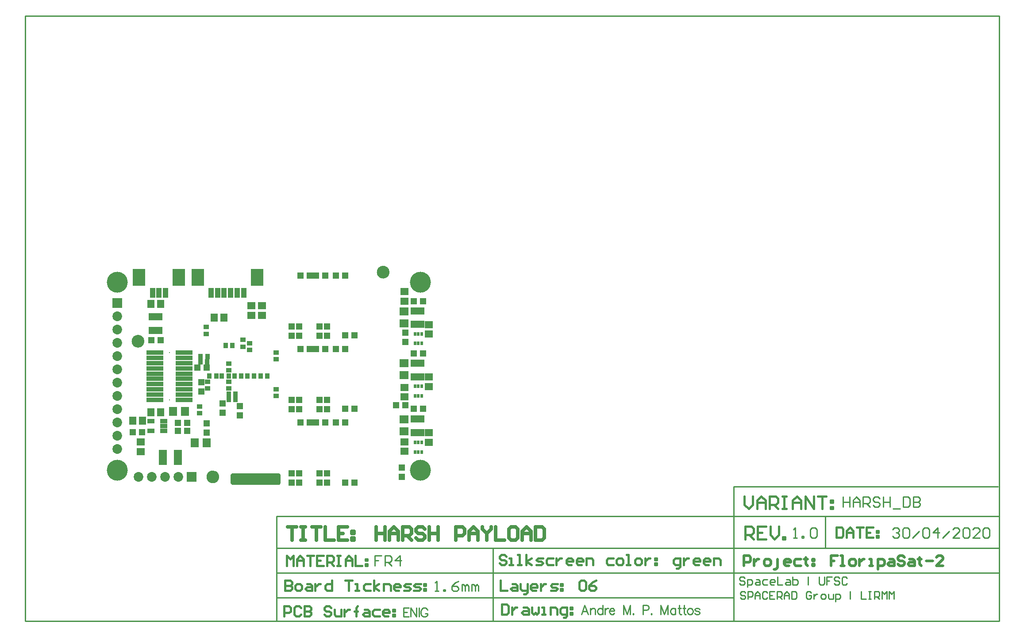
<source format=gbs>
G04*
G04 #@! TF.GenerationSoftware,Altium Limited,Altium Designer,18.1.7 (191)*
G04*
G04 Layer_Color=16711935*
%FSLAX25Y25*%
%MOIN*%
G70*
G01*
G75*
%ADD12C,0.01000*%
%ADD13C,0.00787*%
%ADD16C,0.02000*%
%ADD17C,0.01598*%
%ADD18C,0.01600*%
%ADD19C,0.02500*%
%ADD34R,0.37106X0.07874*%
%ADD36R,0.09268X0.12811*%
%ADD37R,0.04150X0.07299*%
%ADD40R,0.05921X0.05331*%
%ADD41R,0.04937X0.04543*%
%ADD42R,0.04543X0.04937*%
%ADD43C,0.04200*%
%ADD44R,0.05331X0.05921*%
%ADD45R,0.06906X0.06118*%
%ADD46R,0.02378X0.03165*%
%ADD47R,0.02575X0.05803*%
%ADD48C,0.15748*%
%ADD49C,0.07299*%
%ADD50R,0.07299X0.07299*%
%ADD51R,0.07299X0.07299*%
%ADD52C,0.01000*%
%ADD75R,0.06102X0.11811*%
%ADD80R,0.05331X0.03559*%
%ADD81R,0.06118X0.06906*%
%ADD82R,0.12811X0.03402*%
%ADD83R,0.04000X0.03600*%
%ADD84R,0.03600X0.04000*%
G36*
X29622Y108809D02*
X26522Y107609D01*
X23322Y108809D01*
X22222Y111909D01*
X23322Y114810D01*
X26522Y116209D01*
X29622Y115009D01*
X30822Y111909D01*
X29622Y108809D01*
D02*
G37*
G36*
X85974Y6611D02*
X82874Y5411D01*
X79674Y6611D01*
X78574Y9711D01*
X79674Y12611D01*
X82874Y14011D01*
X85974Y12811D01*
X87174Y9711D01*
X85974Y6611D01*
D02*
G37*
G36*
X214272Y160876D02*
X211172Y159676D01*
X207972Y160876D01*
X206872Y163976D01*
X207972Y166876D01*
X211172Y168276D01*
X214272Y167076D01*
X215472Y163976D01*
X214272Y160876D01*
D02*
G37*
D12*
X215473Y163976D02*
G03*
X215473Y163976I-4301J0D01*
G01*
X30823Y111909D02*
G03*
X30823Y111909I-4301J0D01*
G01*
X87175Y9711D02*
G03*
X87175Y9711I-4301J0D01*
G01*
X544182Y-43399D02*
Y-19783D01*
X475394Y-43456D02*
Y2264D01*
X674213D01*
X675186Y-98661D02*
Y357036D01*
X-58563Y-99016D02*
Y357036D01*
Y-99016D02*
X131004D01*
X107382D02*
X675186D01*
X-58563Y357036D02*
X675186D01*
X131004Y-19834D02*
X675186D01*
X131496Y-43793D02*
X674762Y-43793D01*
X131299Y-62543D02*
X675186Y-62543D01*
X475186Y-98622D02*
Y-20031D01*
X131299Y-81293D02*
X474902Y-81293D01*
X675186Y-99016D02*
Y-19834D01*
X293936Y-98721D02*
Y-43793D01*
X131004Y-99016D02*
Y-19834D01*
X483988Y-77692D02*
X483070Y-76773D01*
X481233D01*
X480315Y-77692D01*
Y-78610D01*
X481233Y-79528D01*
X483070D01*
X483988Y-80447D01*
Y-81365D01*
X483070Y-82284D01*
X481233D01*
X480315Y-81365D01*
X485825Y-82284D02*
Y-76773D01*
X488580D01*
X489498Y-77692D01*
Y-79528D01*
X488580Y-80447D01*
X485825D01*
X491335Y-82284D02*
Y-78610D01*
X493172Y-76773D01*
X495008Y-78610D01*
Y-82284D01*
Y-79528D01*
X491335D01*
X500518Y-77692D02*
X499600Y-76773D01*
X497763D01*
X496845Y-77692D01*
Y-81365D01*
X497763Y-82284D01*
X499600D01*
X500518Y-81365D01*
X506028Y-76773D02*
X502355D01*
Y-82284D01*
X506028D01*
X502355Y-79528D02*
X504192D01*
X507865Y-82284D02*
Y-76773D01*
X510620D01*
X511539Y-77692D01*
Y-79528D01*
X510620Y-80447D01*
X507865D01*
X509702D02*
X511539Y-82284D01*
X513375D02*
Y-78610D01*
X515212Y-76773D01*
X517049Y-78610D01*
Y-82284D01*
Y-79528D01*
X513375D01*
X518885Y-76773D02*
Y-82284D01*
X521640D01*
X522558Y-81365D01*
Y-77692D01*
X521640Y-76773D01*
X518885D01*
X533579Y-77692D02*
X532660Y-76773D01*
X530824D01*
X529905Y-77692D01*
Y-81365D01*
X530824Y-82284D01*
X532660D01*
X533579Y-81365D01*
Y-79528D01*
X531742D01*
X535415Y-78610D02*
Y-82284D01*
Y-80447D01*
X536334Y-79528D01*
X537252Y-78610D01*
X538170D01*
X541844Y-82284D02*
X543680D01*
X544599Y-81365D01*
Y-79528D01*
X543680Y-78610D01*
X541844D01*
X540925Y-79528D01*
Y-81365D01*
X541844Y-82284D01*
X546435Y-78610D02*
Y-81365D01*
X547354Y-82284D01*
X550109D01*
Y-78610D01*
X551945Y-84120D02*
Y-78610D01*
X554700D01*
X555619Y-79528D01*
Y-81365D01*
X554700Y-82284D01*
X551945D01*
X562965Y-76773D02*
Y-82284D01*
X571231Y-76773D02*
Y-82284D01*
X574904D01*
X576741Y-76773D02*
X578577D01*
X577659D01*
Y-82284D01*
X576741D01*
X578577D01*
X581332D02*
Y-76773D01*
X584087D01*
X585006Y-77692D01*
Y-79528D01*
X584087Y-80447D01*
X581332D01*
X583169D02*
X585006Y-82284D01*
X586842D02*
Y-76773D01*
X588679Y-78610D01*
X590516Y-76773D01*
Y-82284D01*
X592352D02*
Y-76773D01*
X594189Y-78610D01*
X596026Y-76773D01*
Y-82284D01*
X483529Y-66701D02*
X482578Y-65750D01*
X480676D01*
X479724Y-66701D01*
Y-67652D01*
X480676Y-68603D01*
X482578D01*
X483529Y-69554D01*
Y-70506D01*
X482578Y-71457D01*
X480676D01*
X479724Y-70506D01*
X485431Y-73359D02*
Y-67652D01*
X488285D01*
X489236Y-68603D01*
Y-70506D01*
X488285Y-71457D01*
X485431D01*
X492089Y-67652D02*
X493991D01*
X494943Y-68603D01*
Y-71457D01*
X492089D01*
X491138Y-70506D01*
X492089Y-69554D01*
X494943D01*
X500649Y-67652D02*
X497796D01*
X496845Y-68603D01*
Y-70506D01*
X497796Y-71457D01*
X500649D01*
X505405D02*
X503503D01*
X502552Y-70506D01*
Y-68603D01*
X503503Y-67652D01*
X505405D01*
X506356Y-68603D01*
Y-69554D01*
X502552D01*
X508258Y-65750D02*
Y-71457D01*
X512063D01*
X514916Y-67652D02*
X516819D01*
X517770Y-68603D01*
Y-71457D01*
X514916D01*
X513965Y-70506D01*
X514916Y-69554D01*
X517770D01*
X519672Y-65750D02*
Y-71457D01*
X522526D01*
X523477Y-70506D01*
Y-69554D01*
Y-68603D01*
X522526Y-67652D01*
X519672D01*
X531086Y-65750D02*
Y-71457D01*
X539646Y-65750D02*
Y-70506D01*
X540597Y-71457D01*
X542499D01*
X543450Y-70506D01*
Y-65750D01*
X549157D02*
X545353D01*
Y-68603D01*
X547255D01*
X545353D01*
Y-71457D01*
X554864Y-66701D02*
X553913Y-65750D01*
X552011D01*
X551059Y-66701D01*
Y-67652D01*
X552011Y-68603D01*
X553913D01*
X554864Y-69554D01*
Y-70506D01*
X553913Y-71457D01*
X552011D01*
X551059Y-70506D01*
X560571Y-66701D02*
X559620Y-65750D01*
X557718D01*
X556766Y-66701D01*
Y-70506D01*
X557718Y-71457D01*
X559620D01*
X560571Y-70506D01*
X594882Y-29920D02*
X596142Y-28660D01*
X598662D01*
X599922Y-29920D01*
Y-31180D01*
X598662Y-32440D01*
X597402D01*
X598662D01*
X599922Y-33700D01*
Y-34960D01*
X598662Y-36220D01*
X596142D01*
X594882Y-34960D01*
X602442Y-29920D02*
X603702Y-28660D01*
X606222D01*
X607482Y-29920D01*
Y-34960D01*
X606222Y-36220D01*
X603702D01*
X602442Y-34960D01*
Y-29920D01*
X610002Y-36220D02*
X615042Y-31180D01*
X617562Y-29920D02*
X618822Y-28660D01*
X621342D01*
X622602Y-29920D01*
Y-34960D01*
X621342Y-36220D01*
X618822D01*
X617562Y-34960D01*
Y-29920D01*
X628902Y-36220D02*
Y-28660D01*
X625122Y-32440D01*
X630162D01*
X632682Y-36220D02*
X637722Y-31180D01*
X645282Y-36220D02*
X640242D01*
X645282Y-31180D01*
Y-29920D01*
X644022Y-28660D01*
X641502D01*
X640242Y-29920D01*
X647802D02*
X649062Y-28660D01*
X651582D01*
X652842Y-29920D01*
Y-34960D01*
X651582Y-36220D01*
X649062D01*
X647802Y-34960D01*
Y-29920D01*
X660402Y-36220D02*
X655362D01*
X660402Y-31180D01*
Y-29920D01*
X659142Y-28660D01*
X656622D01*
X655362Y-29920D01*
X662922D02*
X664182Y-28660D01*
X666703D01*
X667963Y-29920D01*
Y-34960D01*
X666703Y-36220D01*
X664182D01*
X662922Y-34960D01*
Y-29920D01*
X557579Y-5334D02*
Y-12894D01*
Y-9114D01*
X562619D01*
Y-5334D01*
Y-12894D01*
X565139D02*
Y-7854D01*
X567659Y-5334D01*
X570179Y-7854D01*
Y-12894D01*
Y-9114D01*
X565139D01*
X572699Y-12894D02*
Y-5334D01*
X576479D01*
X577739Y-6594D01*
Y-9114D01*
X576479Y-10374D01*
X572699D01*
X575219D02*
X577739Y-12894D01*
X585299Y-6594D02*
X584039Y-5334D01*
X581519D01*
X580259Y-6594D01*
Y-7854D01*
X581519Y-9114D01*
X584039D01*
X585299Y-10374D01*
Y-11634D01*
X584039Y-12894D01*
X581519D01*
X580259Y-11634D01*
X587819Y-5334D02*
Y-12894D01*
Y-9114D01*
X592859D01*
Y-5334D01*
Y-12894D01*
X595379Y-14154D02*
X600419D01*
X602939Y-5334D02*
Y-12894D01*
X606719D01*
X607979Y-11634D01*
Y-6594D01*
X606719Y-5334D01*
X602939D01*
X610499D02*
Y-12894D01*
X614279D01*
X615539Y-11634D01*
Y-10374D01*
X614279Y-9114D01*
X610499D01*
X614279D01*
X615539Y-7854D01*
Y-6594D01*
X614279Y-5334D01*
X610499D01*
X520276Y-36220D02*
X522796D01*
X521536D01*
Y-28660D01*
X520276Y-29920D01*
X526576Y-36220D02*
Y-34960D01*
X527836D01*
Y-36220D01*
X526576D01*
X532876Y-29920D02*
X534136Y-28660D01*
X536656D01*
X537916Y-29920D01*
Y-34960D01*
X536656Y-36220D01*
X534136D01*
X532876Y-34960D01*
Y-29920D01*
X209930Y-49619D02*
X204890D01*
Y-53399D01*
X207410D01*
X204890D01*
Y-57179D01*
X212451D02*
Y-49619D01*
X216231D01*
X217491Y-50879D01*
Y-53399D01*
X216231Y-54659D01*
X212451D01*
X214970D02*
X217491Y-57179D01*
X223791D02*
Y-49619D01*
X220010Y-53399D01*
X225051D01*
X250295Y-76378D02*
X252815D01*
X251555D01*
Y-68818D01*
X250295Y-70078D01*
X256595Y-76378D02*
Y-75118D01*
X257855D01*
Y-76378D01*
X256595D01*
X267935Y-68818D02*
X265415Y-70078D01*
X262895Y-72598D01*
Y-75118D01*
X264155Y-76378D01*
X266675D01*
X267935Y-75118D01*
Y-73858D01*
X266675Y-72598D01*
X262895D01*
X270455Y-76378D02*
Y-71338D01*
X271715D01*
X272975Y-72598D01*
Y-76378D01*
Y-72598D01*
X274236Y-71338D01*
X275496Y-72598D01*
Y-76378D01*
X278015D02*
Y-71338D01*
X279275D01*
X280536Y-72598D01*
Y-76378D01*
Y-72598D01*
X281796Y-71338D01*
X283055Y-72598D01*
Y-76378D01*
X365622Y-93799D02*
X363028Y-86988D01*
X360433Y-93799D01*
X361406Y-91529D02*
X364649D01*
X367212Y-89258D02*
Y-93799D01*
Y-90556D02*
X368185Y-89583D01*
X368833Y-89258D01*
X369806D01*
X370455Y-89583D01*
X370779Y-90556D01*
Y-93799D01*
X376455Y-86988D02*
Y-93799D01*
Y-90232D02*
X375807Y-89583D01*
X375158Y-89258D01*
X374185D01*
X373536Y-89583D01*
X372888Y-90232D01*
X372563Y-91205D01*
Y-91853D01*
X372888Y-92826D01*
X373536Y-93475D01*
X374185Y-93799D01*
X375158D01*
X375807Y-93475D01*
X376455Y-92826D01*
X378272Y-89258D02*
Y-93799D01*
Y-91205D02*
X378596Y-90232D01*
X379244Y-89583D01*
X379893Y-89258D01*
X380866D01*
X381482Y-91205D02*
X385374D01*
Y-90556D01*
X385050Y-89907D01*
X384726Y-89583D01*
X384077Y-89258D01*
X383104D01*
X382455Y-89583D01*
X381807Y-90232D01*
X381482Y-91205D01*
Y-91853D01*
X381807Y-92826D01*
X382455Y-93475D01*
X383104Y-93799D01*
X384077D01*
X384726Y-93475D01*
X385374Y-92826D01*
X392185Y-86988D02*
Y-93799D01*
Y-86988D02*
X394780Y-93799D01*
X397375Y-86988D02*
X394780Y-93799D01*
X397375Y-86988D02*
Y-93799D01*
X399645Y-93151D02*
X399321Y-93475D01*
X399645Y-93799D01*
X399970Y-93475D01*
X399645Y-93151D01*
X406813Y-90556D02*
X409732D01*
X410705Y-90232D01*
X411029Y-89907D01*
X411354Y-89258D01*
Y-88285D01*
X411029Y-87637D01*
X410705Y-87313D01*
X409732Y-86988D01*
X406813D01*
Y-93799D01*
X413202Y-93151D02*
X412878Y-93475D01*
X413202Y-93799D01*
X413527Y-93475D01*
X413202Y-93151D01*
X420370Y-86988D02*
Y-93799D01*
Y-86988D02*
X422965Y-93799D01*
X425560Y-86988D02*
X422965Y-93799D01*
X425560Y-86988D02*
Y-93799D01*
X431398Y-89258D02*
Y-93799D01*
Y-90232D02*
X430749Y-89583D01*
X430100Y-89258D01*
X429127D01*
X428479Y-89583D01*
X427830Y-90232D01*
X427506Y-91205D01*
Y-91853D01*
X427830Y-92826D01*
X428479Y-93475D01*
X429127Y-93799D01*
X430100D01*
X430749Y-93475D01*
X431398Y-92826D01*
X434187Y-86988D02*
Y-92502D01*
X434511Y-93475D01*
X435160Y-93799D01*
X435809D01*
X433214Y-89258D02*
X435484D01*
X437755Y-86988D02*
Y-92502D01*
X438079Y-93475D01*
X438728Y-93799D01*
X439376D01*
X436782Y-89258D02*
X439052D01*
X441971D02*
X441322Y-89583D01*
X440674Y-90232D01*
X440349Y-91205D01*
Y-91853D01*
X440674Y-92826D01*
X441322Y-93475D01*
X441971Y-93799D01*
X442944D01*
X443593Y-93475D01*
X444241Y-92826D01*
X444566Y-91853D01*
Y-91205D01*
X444241Y-90232D01*
X443593Y-89583D01*
X442944Y-89258D01*
X441971D01*
X449625Y-90232D02*
X449301Y-89583D01*
X448328Y-89258D01*
X447355D01*
X446382Y-89583D01*
X446058Y-90232D01*
X446382Y-90880D01*
X447031Y-91205D01*
X448652Y-91529D01*
X449301Y-91853D01*
X449625Y-92502D01*
Y-92826D01*
X449301Y-93475D01*
X448328Y-93799D01*
X447355D01*
X446382Y-93475D01*
X446058Y-92826D01*
X230693Y-88957D02*
X226476D01*
Y-95768D01*
X230693D01*
X226476Y-92200D02*
X229071D01*
X231828Y-88957D02*
Y-95768D01*
Y-88957D02*
X236369Y-95768D01*
Y-88957D02*
Y-95768D01*
X238250Y-88957D02*
Y-95768D01*
X244542Y-90578D02*
X244217Y-89930D01*
X243569Y-89281D01*
X242920Y-88957D01*
X241623D01*
X240974Y-89281D01*
X240325Y-89930D01*
X240001Y-90578D01*
X239677Y-91551D01*
Y-93173D01*
X240001Y-94146D01*
X240325Y-94795D01*
X240974Y-95443D01*
X241623Y-95768D01*
X242920D01*
X243569Y-95443D01*
X244217Y-94795D01*
X244542Y-94146D01*
Y-93173D01*
X242920D02*
X244542D01*
D13*
X96653Y4921D02*
G03*
X97441Y4134I787J0D01*
G01*
X132874D02*
G03*
X133661Y4921I0J787D01*
G01*
Y11220D02*
G03*
X132874Y12008I-787J-0D01*
G01*
X97441D02*
G03*
X96653Y11220I0J-787D01*
G01*
X133661Y4921D02*
Y11220D01*
X96653Y4921D02*
Y11220D01*
X97441Y4134D02*
X132874Y4134D01*
X97441Y12008D02*
X132874Y12008D01*
D16*
X482972Y-57284D02*
Y-49723D01*
X486753D01*
X488013Y-50983D01*
Y-53503D01*
X486753Y-54763D01*
X482972D01*
X490532Y-52243D02*
Y-57284D01*
Y-54763D01*
X491792Y-53503D01*
X493052Y-52243D01*
X494312D01*
X499353Y-57284D02*
X501873D01*
X503133Y-56024D01*
Y-53503D01*
X501873Y-52243D01*
X499353D01*
X498093Y-53503D01*
Y-56024D01*
X499353Y-57284D01*
X505653Y-59803D02*
X506913D01*
X508173Y-58543D01*
Y-52243D01*
X516993Y-57284D02*
X514473D01*
X513213Y-56024D01*
Y-53503D01*
X514473Y-52243D01*
X516993D01*
X518253Y-53503D01*
Y-54763D01*
X513213D01*
X525813Y-52243D02*
X522033D01*
X520773Y-53503D01*
Y-56024D01*
X522033Y-57284D01*
X525813D01*
X529593Y-50983D02*
Y-52243D01*
X528333D01*
X530853D01*
X529593D01*
Y-56024D01*
X530853Y-57284D01*
X534633Y-52243D02*
X535893D01*
Y-53503D01*
X534633D01*
Y-52243D01*
Y-56024D02*
X535893D01*
Y-57284D01*
X534633D01*
Y-56024D01*
X553533Y-49723D02*
X548493D01*
Y-53503D01*
X551013D01*
X548493D01*
Y-57284D01*
X556053D02*
X558573D01*
X557313D01*
Y-49723D01*
X556053D01*
X563613Y-57284D02*
X566133D01*
X567393Y-56024D01*
Y-53503D01*
X566133Y-52243D01*
X563613D01*
X562353Y-53503D01*
Y-56024D01*
X563613Y-57284D01*
X569913Y-52243D02*
Y-57284D01*
Y-54763D01*
X571173Y-53503D01*
X572433Y-52243D01*
X573693D01*
X577473Y-57284D02*
X579993D01*
X578733D01*
Y-52243D01*
X577473D01*
X583773Y-59803D02*
Y-52243D01*
X587553D01*
X588813Y-53503D01*
Y-56024D01*
X587553Y-57284D01*
X583773D01*
X592593Y-52243D02*
X595113D01*
X596373Y-53503D01*
Y-57284D01*
X592593D01*
X591333Y-56024D01*
X592593Y-54763D01*
X596373D01*
X603933Y-50983D02*
X602673Y-49723D01*
X600153D01*
X598893Y-50983D01*
Y-52243D01*
X600153Y-53503D01*
X602673D01*
X603933Y-54763D01*
Y-56024D01*
X602673Y-57284D01*
X600153D01*
X598893Y-56024D01*
X607713Y-52243D02*
X610233D01*
X611493Y-53503D01*
Y-57284D01*
X607713D01*
X606453Y-56024D01*
X607713Y-54763D01*
X611493D01*
X615274Y-50983D02*
Y-52243D01*
X614013D01*
X616534D01*
X615274D01*
Y-56024D01*
X616534Y-57284D01*
X620314Y-53503D02*
X625354D01*
X632914Y-57284D02*
X627874D01*
X632914Y-52243D01*
Y-50983D01*
X631654Y-49723D01*
X629134D01*
X627874Y-50983D01*
D17*
X136614Y-95276D02*
Y-87716D01*
X140394D01*
X141654Y-88976D01*
Y-91496D01*
X140394Y-92756D01*
X136614D01*
X149214Y-88976D02*
X147954Y-87716D01*
X145434D01*
X144174Y-88976D01*
Y-94016D01*
X145434Y-95276D01*
X147954D01*
X149214Y-94016D01*
X151734Y-87716D02*
Y-95276D01*
X155514D01*
X156774Y-94016D01*
Y-92756D01*
X155514Y-91496D01*
X151734D01*
X155514D01*
X156774Y-90236D01*
Y-88976D01*
X155514Y-87716D01*
X151734D01*
X171895Y-88976D02*
X170634Y-87716D01*
X168114D01*
X166854Y-88976D01*
Y-90236D01*
X168114Y-91496D01*
X170634D01*
X171895Y-92756D01*
Y-94016D01*
X170634Y-95276D01*
X168114D01*
X166854Y-94016D01*
X174415Y-90236D02*
Y-94016D01*
X175674Y-95276D01*
X179455D01*
Y-90236D01*
X181974D02*
Y-95276D01*
Y-92756D01*
X183235Y-91496D01*
X184495Y-90236D01*
X185755D01*
X190795Y-95276D02*
Y-88976D01*
Y-91496D01*
X189535D01*
X192055D01*
X190795D01*
Y-88976D01*
X192055Y-87716D01*
X197095Y-90236D02*
X199615D01*
X200875Y-91496D01*
Y-95276D01*
X197095D01*
X195835Y-94016D01*
X197095Y-92756D01*
X200875D01*
X208435Y-90236D02*
X204655D01*
X203395Y-91496D01*
Y-94016D01*
X204655Y-95276D01*
X208435D01*
X214735D02*
X212215D01*
X210955Y-94016D01*
Y-91496D01*
X212215Y-90236D01*
X214735D01*
X215995Y-91496D01*
Y-92756D01*
X210955D01*
X218515Y-90236D02*
X219775D01*
Y-91496D01*
X218515D01*
Y-90236D01*
Y-94016D02*
X219775D01*
Y-95276D01*
X218515D01*
Y-94016D01*
X552658Y-28365D02*
Y-35925D01*
X556437D01*
X557697Y-34665D01*
Y-29625D01*
X556437Y-28365D01*
X552658D01*
X560218Y-35925D02*
Y-30885D01*
X562738Y-28365D01*
X565258Y-30885D01*
Y-35925D01*
Y-32145D01*
X560218D01*
X567778Y-28365D02*
X572818D01*
X570298D01*
Y-35925D01*
X580378Y-28365D02*
X575338D01*
Y-35925D01*
X580378D01*
X575338Y-32145D02*
X577858D01*
X582898Y-30885D02*
X584158D01*
Y-32145D01*
X582898D01*
Y-30885D01*
Y-34665D02*
X584158D01*
Y-35925D01*
X582898D01*
Y-34665D01*
X138640Y-57179D02*
Y-49619D01*
X141160Y-52139D01*
X143680Y-49619D01*
Y-57179D01*
X146201D02*
Y-52139D01*
X148721Y-49619D01*
X151241Y-52139D01*
Y-57179D01*
Y-53399D01*
X146201D01*
X153761Y-49619D02*
X158801D01*
X156281D01*
Y-57179D01*
X166361Y-49619D02*
X161321D01*
Y-57179D01*
X166361D01*
X161321Y-53399D02*
X163841D01*
X168881Y-57179D02*
Y-49619D01*
X172661D01*
X173921Y-50879D01*
Y-53399D01*
X172661Y-54659D01*
X168881D01*
X171401D02*
X173921Y-57179D01*
X176441Y-49619D02*
X178961D01*
X177701D01*
Y-57179D01*
X176441D01*
X178961D01*
X182741D02*
Y-52139D01*
X185261Y-49619D01*
X187781Y-52139D01*
Y-57179D01*
Y-53399D01*
X182741D01*
X190301Y-49619D02*
Y-57179D01*
X195341D01*
X197861Y-52139D02*
X199121D01*
Y-53399D01*
X197861D01*
Y-52139D01*
Y-55919D02*
X199121D01*
Y-57179D01*
X197861D01*
Y-55919D01*
X300590Y-86239D02*
Y-93799D01*
X304371D01*
X305631Y-92539D01*
Y-87499D01*
X304371Y-86239D01*
X300590D01*
X308151Y-88759D02*
Y-93799D01*
Y-91279D01*
X309411Y-90019D01*
X310671Y-88759D01*
X311931D01*
X316971D02*
X319491D01*
X320751Y-90019D01*
Y-93799D01*
X316971D01*
X315711Y-92539D01*
X316971Y-91279D01*
X320751D01*
X323271Y-88759D02*
Y-92539D01*
X324531Y-93799D01*
X325791Y-92539D01*
X327051Y-93799D01*
X328311Y-92539D01*
Y-88759D01*
X330831Y-93799D02*
X333351D01*
X332091D01*
Y-88759D01*
X330831D01*
X337131Y-93799D02*
Y-88759D01*
X340911D01*
X342171Y-90019D01*
Y-93799D01*
X347211Y-96319D02*
X348471D01*
X349731Y-95059D01*
Y-88759D01*
X345951D01*
X344691Y-90019D01*
Y-92539D01*
X345951Y-93799D01*
X349731D01*
X352251Y-88759D02*
X353511D01*
Y-90019D01*
X352251D01*
Y-88759D01*
Y-92539D02*
X353511D01*
Y-93799D01*
X352251D01*
Y-92539D01*
X303859Y-50294D02*
X302599Y-49034D01*
X300079D01*
X298819Y-50294D01*
Y-51554D01*
X300079Y-52815D01*
X302599D01*
X303859Y-54075D01*
Y-55335D01*
X302599Y-56595D01*
X300079D01*
X298819Y-55335D01*
X306379Y-56595D02*
X308899D01*
X307639D01*
Y-51554D01*
X306379D01*
X312679Y-56595D02*
X315199D01*
X313939D01*
Y-49034D01*
X312679D01*
X318979Y-56595D02*
Y-49034D01*
Y-54075D02*
X322759Y-51554D01*
X318979Y-54075D02*
X322759Y-56595D01*
X326539D02*
X330319D01*
X331579Y-55335D01*
X330319Y-54075D01*
X327799D01*
X326539Y-52815D01*
X327799Y-51554D01*
X331579D01*
X339139D02*
X335359D01*
X334099Y-52815D01*
Y-55335D01*
X335359Y-56595D01*
X339139D01*
X341659Y-51554D02*
Y-56595D01*
Y-54075D01*
X342919Y-52815D01*
X344179Y-51554D01*
X345439D01*
X352999Y-56595D02*
X350479D01*
X349219Y-55335D01*
Y-52815D01*
X350479Y-51554D01*
X352999D01*
X354259Y-52815D01*
Y-54075D01*
X349219D01*
X360559Y-56595D02*
X358039D01*
X356779Y-55335D01*
Y-52815D01*
X358039Y-51554D01*
X360559D01*
X361819Y-52815D01*
Y-54075D01*
X356779D01*
X364339Y-56595D02*
Y-51554D01*
X368120D01*
X369379Y-52815D01*
Y-56595D01*
X384500Y-51554D02*
X380719D01*
X379460Y-52815D01*
Y-55335D01*
X380719Y-56595D01*
X384500D01*
X388280D02*
X390800D01*
X392060Y-55335D01*
Y-52815D01*
X390800Y-51554D01*
X388280D01*
X387020Y-52815D01*
Y-55335D01*
X388280Y-56595D01*
X394580D02*
X397100D01*
X395840D01*
Y-49034D01*
X394580D01*
X402140Y-56595D02*
X404660D01*
X405920Y-55335D01*
Y-52815D01*
X404660Y-51554D01*
X402140D01*
X400880Y-52815D01*
Y-55335D01*
X402140Y-56595D01*
X408440Y-51554D02*
Y-56595D01*
Y-54075D01*
X409700Y-52815D01*
X410960Y-51554D01*
X412220D01*
X416000D02*
X417260D01*
Y-52815D01*
X416000D01*
Y-51554D01*
Y-55335D02*
X417260D01*
Y-56595D01*
X416000D01*
Y-55335D01*
X432380Y-59114D02*
X433640D01*
X434900Y-57854D01*
Y-51554D01*
X431120D01*
X429860Y-52815D01*
Y-55335D01*
X431120Y-56595D01*
X434900D01*
X437420Y-51554D02*
Y-56595D01*
Y-54075D01*
X438680Y-52815D01*
X439940Y-51554D01*
X441200D01*
X448760Y-56595D02*
X446240D01*
X444980Y-55335D01*
Y-52815D01*
X446240Y-51554D01*
X448760D01*
X450020Y-52815D01*
Y-54075D01*
X444980D01*
X456320Y-56595D02*
X453800D01*
X452540Y-55335D01*
Y-52815D01*
X453800Y-51554D01*
X456320D01*
X457580Y-52815D01*
Y-54075D01*
X452540D01*
X460100Y-56595D02*
Y-51554D01*
X463880D01*
X465140Y-52815D01*
Y-56595D01*
X137361Y-68369D02*
Y-75929D01*
X141141D01*
X142401Y-74669D01*
Y-73409D01*
X141141Y-72149D01*
X137361D01*
X141141D01*
X142401Y-70889D01*
Y-69629D01*
X141141Y-68369D01*
X137361D01*
X146181Y-75929D02*
X148701D01*
X149961Y-74669D01*
Y-72149D01*
X148701Y-70889D01*
X146181D01*
X144921Y-72149D01*
Y-74669D01*
X146181Y-75929D01*
X153741Y-70889D02*
X156261D01*
X157521Y-72149D01*
Y-75929D01*
X153741D01*
X152481Y-74669D01*
X153741Y-73409D01*
X157521D01*
X160041Y-70889D02*
Y-75929D01*
Y-73409D01*
X161301Y-72149D01*
X162561Y-70889D01*
X163821D01*
X172641Y-68369D02*
Y-75929D01*
X168861D01*
X167601Y-74669D01*
Y-72149D01*
X168861Y-70889D01*
X172641D01*
X182721Y-68369D02*
X187761D01*
X185241D01*
Y-75929D01*
X190281D02*
X192801D01*
X191541D01*
Y-70889D01*
X190281D01*
X201621D02*
X197841D01*
X196581Y-72149D01*
Y-74669D01*
X197841Y-75929D01*
X201621D01*
X204141D02*
Y-68369D01*
Y-73409D02*
X207921Y-70889D01*
X204141Y-73409D02*
X207921Y-75929D01*
X211701D02*
Y-70889D01*
X215481D01*
X216741Y-72149D01*
Y-75929D01*
X223042D02*
X220521D01*
X219262Y-74669D01*
Y-72149D01*
X220521Y-70889D01*
X223042D01*
X224302Y-72149D01*
Y-73409D01*
X219262D01*
X226822Y-75929D02*
X230602D01*
X231862Y-74669D01*
X230602Y-73409D01*
X228082D01*
X226822Y-72149D01*
X228082Y-70889D01*
X231862D01*
X234382Y-75929D02*
X238162D01*
X239422Y-74669D01*
X238162Y-73409D01*
X235642D01*
X234382Y-72149D01*
X235642Y-70889D01*
X239422D01*
X241942D02*
X243202D01*
Y-72149D01*
X241942D01*
Y-70889D01*
Y-74669D02*
X243202D01*
Y-75929D01*
X241942D01*
Y-74669D01*
X299606Y-68424D02*
Y-75984D01*
X304646D01*
X308426Y-70944D02*
X310946D01*
X312206Y-72204D01*
Y-75984D01*
X308426D01*
X307166Y-74724D01*
X308426Y-73464D01*
X312206D01*
X314726Y-70944D02*
Y-74724D01*
X315986Y-75984D01*
X319766D01*
Y-77244D01*
X318506Y-78504D01*
X317246D01*
X319766Y-75984D02*
Y-70944D01*
X326066Y-75984D02*
X323547D01*
X322287Y-74724D01*
Y-72204D01*
X323547Y-70944D01*
X326066D01*
X327326Y-72204D01*
Y-73464D01*
X322287D01*
X329847Y-70944D02*
Y-75984D01*
Y-73464D01*
X331107Y-72204D01*
X332367Y-70944D01*
X333627D01*
X337407Y-75984D02*
X341187D01*
X342447Y-74724D01*
X341187Y-73464D01*
X338667D01*
X337407Y-72204D01*
X338667Y-70944D01*
X342447D01*
X344967D02*
X346227D01*
Y-72204D01*
X344967D01*
Y-70944D01*
Y-74724D02*
X346227D01*
Y-75984D01*
X344967D01*
Y-74724D01*
X358827Y-69684D02*
X360087Y-68424D01*
X362607D01*
X363867Y-69684D01*
Y-74724D01*
X362607Y-75984D01*
X360087D01*
X358827Y-74724D01*
Y-69684D01*
X371427Y-68424D02*
X368907Y-69684D01*
X366387Y-72204D01*
Y-74724D01*
X367647Y-75984D01*
X370167D01*
X371427Y-74724D01*
Y-73464D01*
X370167Y-72204D01*
X366387D01*
D18*
X483268Y-4924D02*
Y-11255D01*
X486433Y-14421D01*
X489599Y-11255D01*
Y-4924D01*
X492765Y-14421D02*
Y-8090D01*
X495930Y-4924D01*
X499096Y-8090D01*
Y-14421D01*
Y-9672D01*
X492765D01*
X502262Y-14421D02*
Y-4924D01*
X507010D01*
X508593Y-6507D01*
Y-9672D01*
X507010Y-11255D01*
X502262D01*
X505427D02*
X508593Y-14421D01*
X511759Y-4924D02*
X514924D01*
X513341D01*
Y-14421D01*
X511759D01*
X514924D01*
X519673D02*
Y-8090D01*
X522838Y-4924D01*
X526004Y-8090D01*
Y-14421D01*
Y-9672D01*
X519673D01*
X529170Y-14421D02*
Y-4924D01*
X535501Y-14421D01*
Y-4924D01*
X538666D02*
X544998D01*
X541832D01*
Y-14421D01*
X548163Y-8090D02*
X549746D01*
Y-9672D01*
X548163D01*
Y-8090D01*
Y-12838D02*
X549746D01*
Y-14421D01*
X548163D01*
Y-12838D01*
X483858Y-37157D02*
Y-27660D01*
X488607D01*
X490190Y-29243D01*
Y-32409D01*
X488607Y-33991D01*
X483858D01*
X487024D02*
X490190Y-37157D01*
X499686Y-27660D02*
X493355D01*
Y-37157D01*
X499686D01*
X493355Y-32409D02*
X496521D01*
X502852Y-27660D02*
Y-33991D01*
X506018Y-37157D01*
X509183Y-33991D01*
Y-27660D01*
X512349Y-37157D02*
Y-35574D01*
X513932D01*
Y-37157D01*
X512349D01*
D19*
X139272Y-27849D02*
X145936D01*
X142604D01*
Y-37846D01*
X149268Y-27849D02*
X152601D01*
X150935D01*
Y-37846D01*
X149268D01*
X152601D01*
X157599Y-27849D02*
X164264D01*
X160931D01*
Y-37846D01*
X167596Y-27849D02*
Y-37846D01*
X174260D01*
X184257Y-27849D02*
X177593D01*
Y-37846D01*
X184257D01*
X177593Y-32848D02*
X180925D01*
X187589Y-31182D02*
X189255D01*
Y-32848D01*
X187589D01*
Y-31182D01*
Y-36180D02*
X189255D01*
Y-37846D01*
X187589D01*
Y-36180D01*
X205917Y-27849D02*
Y-37846D01*
Y-32848D01*
X212581D01*
Y-27849D01*
Y-37846D01*
X215914D02*
Y-31182D01*
X219246Y-27849D01*
X222578Y-31182D01*
Y-37846D01*
Y-32848D01*
X215914D01*
X225910Y-37846D02*
Y-27849D01*
X230909D01*
X232575Y-29515D01*
Y-32848D01*
X230909Y-34514D01*
X225910D01*
X229243D02*
X232575Y-37846D01*
X242572Y-29515D02*
X240905Y-27849D01*
X237573D01*
X235907Y-29515D01*
Y-31182D01*
X237573Y-32848D01*
X240905D01*
X242572Y-34514D01*
Y-36180D01*
X240905Y-37846D01*
X237573D01*
X235907Y-36180D01*
X245904Y-27849D02*
Y-37846D01*
Y-32848D01*
X252568D01*
Y-27849D01*
Y-37846D01*
X265897D02*
Y-27849D01*
X270896D01*
X272562Y-29515D01*
Y-32848D01*
X270896Y-34514D01*
X265897D01*
X275894Y-37846D02*
Y-31182D01*
X279226Y-27849D01*
X282559Y-31182D01*
Y-37846D01*
Y-32848D01*
X275894D01*
X285891Y-27849D02*
Y-29515D01*
X289223Y-32848D01*
X292555Y-29515D01*
Y-27849D01*
X289223Y-32848D02*
Y-37846D01*
X295888Y-27849D02*
Y-37846D01*
X302552D01*
X310883Y-27849D02*
X307551D01*
X305885Y-29515D01*
Y-36180D01*
X307551Y-37846D01*
X310883D01*
X312549Y-36180D01*
Y-29515D01*
X310883Y-27849D01*
X315881Y-37846D02*
Y-31182D01*
X319214Y-27849D01*
X322546Y-31182D01*
Y-37846D01*
Y-32848D01*
X315881D01*
X325878Y-27849D02*
Y-37846D01*
X330876D01*
X332542Y-36180D01*
Y-29515D01*
X330876Y-27849D01*
X325878D01*
D34*
X115108Y8071D02*
D03*
D36*
X116142Y159941D02*
D03*
X71457D02*
D03*
X57284D02*
D03*
X27362D02*
D03*
D37*
X106102Y148524D02*
D03*
X101181D02*
D03*
X96260D02*
D03*
X91339D02*
D03*
X86417D02*
D03*
X81496D02*
D03*
X47244D02*
D03*
X42323D02*
D03*
X37402D02*
D03*
D40*
X245472Y35827D02*
D03*
Y43012D02*
D03*
X227264Y142126D02*
D03*
Y149311D02*
D03*
Y77165D02*
D03*
Y69980D02*
D03*
X227165Y29035D02*
D03*
Y36220D02*
D03*
X111811Y131496D02*
D03*
Y138681D02*
D03*
X119783D02*
D03*
Y131496D02*
D03*
X28642Y35925D02*
D03*
Y28740D02*
D03*
X245472Y117323D02*
D03*
Y124508D02*
D03*
Y77854D02*
D03*
Y85039D02*
D03*
D41*
X147736Y116185D02*
D03*
Y123185D02*
D03*
X163287D02*
D03*
Y116185D02*
D03*
X168985Y123185D02*
D03*
Y116185D02*
D03*
X142323Y123185D02*
D03*
Y116185D02*
D03*
X227756Y118461D02*
D03*
Y111461D02*
D03*
X147736Y60772D02*
D03*
Y67772D02*
D03*
X163287D02*
D03*
Y60772D02*
D03*
X168985Y67772D02*
D03*
Y60772D02*
D03*
X142323Y67772D02*
D03*
Y60772D02*
D03*
X147736Y5260D02*
D03*
Y12260D02*
D03*
X163287Y5260D02*
D03*
Y12260D02*
D03*
X168799D02*
D03*
Y5260D02*
D03*
X142323D02*
D03*
Y12260D02*
D03*
X225167Y16732D02*
D03*
Y9732D02*
D03*
X103248Y62949D02*
D03*
Y55949D02*
D03*
X74213Y73961D02*
D03*
Y80961D02*
D03*
X90256Y58114D02*
D03*
Y65114D02*
D03*
X78122Y49957D02*
D03*
Y42957D02*
D03*
D42*
X36461Y112598D02*
D03*
X43461D02*
D03*
X160476Y161319D02*
D03*
X167476D02*
D03*
X175437D02*
D03*
X182437D02*
D03*
X155764D02*
D03*
X148764D02*
D03*
X182425Y116339D02*
D03*
X189425D02*
D03*
X160476Y106004D02*
D03*
X167476D02*
D03*
X175437D02*
D03*
X182437D02*
D03*
X148764D02*
D03*
X155764D02*
D03*
X189425Y60925D02*
D03*
X182425D02*
D03*
X220910Y63681D02*
D03*
X227909D02*
D03*
X160476Y50591D02*
D03*
X167476D02*
D03*
X175437D02*
D03*
X182437D02*
D03*
X155764D02*
D03*
X148764D02*
D03*
X189425Y5413D02*
D03*
X182425D02*
D03*
X71205Y91929D02*
D03*
X78205D02*
D03*
X29681Y43504D02*
D03*
X22681D02*
D03*
X63638Y50394D02*
D03*
X56638D02*
D03*
Y44291D02*
D03*
X63638D02*
D03*
X234394Y142028D02*
D03*
X241394D02*
D03*
Y102756D02*
D03*
X234394D02*
D03*
X234394Y61122D02*
D03*
X241394D02*
D03*
D43*
X211172Y163976D02*
D03*
X26522Y111909D02*
D03*
X82874Y9711D02*
D03*
D44*
X36220Y140059D02*
D03*
X43406D02*
D03*
X29823Y52067D02*
D03*
X22638D02*
D03*
X43406Y58465D02*
D03*
X36220D02*
D03*
X91240Y129626D02*
D03*
X84055D02*
D03*
D45*
X226772Y53024D02*
D03*
Y44024D02*
D03*
Y134224D02*
D03*
Y125224D02*
D03*
X226764Y95502D02*
D03*
Y86502D02*
D03*
D46*
X240256Y35827D02*
D03*
X237697D02*
D03*
X235138D02*
D03*
Y28543D02*
D03*
X237697D02*
D03*
X240256D02*
D03*
X240256Y117520D02*
D03*
X237697D02*
D03*
X235138D02*
D03*
Y110236D02*
D03*
X237697D02*
D03*
X240256D02*
D03*
Y78150D02*
D03*
X237697D02*
D03*
X235138D02*
D03*
Y70866D02*
D03*
X237697D02*
D03*
X240256D02*
D03*
D47*
X233169Y53524D02*
D03*
X235728D02*
D03*
X238287D02*
D03*
X240846D02*
D03*
Y43209D02*
D03*
X238287D02*
D03*
X235728D02*
D03*
X233169D02*
D03*
X43701Y120138D02*
D03*
X41142D02*
D03*
X38583D02*
D03*
X36024D02*
D03*
Y130453D02*
D03*
X38583D02*
D03*
X41142D02*
D03*
X43701D02*
D03*
X233169Y134882D02*
D03*
X235728D02*
D03*
X238287D02*
D03*
X240846D02*
D03*
Y124567D02*
D03*
X238287D02*
D03*
X235728D02*
D03*
X233169D02*
D03*
Y95512D02*
D03*
X235728D02*
D03*
X238287D02*
D03*
X240846D02*
D03*
Y85197D02*
D03*
X238287D02*
D03*
X235728D02*
D03*
X233169D02*
D03*
D48*
X239173Y156398D02*
D03*
X10827D02*
D03*
Y14665D02*
D03*
X239173D02*
D03*
D49*
X27008Y9744D02*
D03*
X37008D02*
D03*
X47008D02*
D03*
X57008D02*
D03*
X10827Y30650D02*
D03*
Y80650D02*
D03*
Y70650D02*
D03*
Y60650D02*
D03*
Y50650D02*
D03*
Y40650D02*
D03*
Y90650D02*
D03*
Y100650D02*
D03*
Y110650D02*
D03*
Y120650D02*
D03*
Y130650D02*
D03*
D50*
X67008Y9744D02*
D03*
D51*
X10827Y140650D02*
D03*
D52*
X50197Y67815D02*
D03*
Y103248D02*
D03*
D75*
X56496Y24409D02*
D03*
X45276D02*
D03*
D80*
X36319Y51870D02*
D03*
Y44390D02*
D03*
X45768D02*
D03*
Y48130D02*
D03*
Y51870D02*
D03*
D81*
X61882Y58957D02*
D03*
X52882D02*
D03*
X78122Y35531D02*
D03*
X69122D02*
D03*
D82*
X39173Y103248D02*
D03*
Y99311D02*
D03*
Y95374D02*
D03*
Y91437D02*
D03*
Y87500D02*
D03*
Y83563D02*
D03*
Y79626D02*
D03*
Y75689D02*
D03*
Y71752D02*
D03*
Y67815D02*
D03*
X61221D02*
D03*
Y71752D02*
D03*
Y75689D02*
D03*
Y79626D02*
D03*
Y83563D02*
D03*
Y87500D02*
D03*
Y91437D02*
D03*
Y95374D02*
D03*
Y99311D02*
D03*
Y103248D02*
D03*
D83*
X110728Y110433D02*
D03*
Y105315D02*
D03*
X94980Y90059D02*
D03*
Y95177D02*
D03*
Y81496D02*
D03*
Y76378D02*
D03*
X130413Y75886D02*
D03*
Y70768D02*
D03*
X78839Y81398D02*
D03*
Y76280D02*
D03*
X77756Y122638D02*
D03*
Y117520D02*
D03*
X105512Y112992D02*
D03*
Y107874D02*
D03*
X130413Y98327D02*
D03*
Y103445D02*
D03*
X72933Y57579D02*
D03*
Y62697D02*
D03*
D84*
X85433Y85630D02*
D03*
X80315D02*
D03*
X94882Y67913D02*
D03*
X100000D02*
D03*
X94882Y72146D02*
D03*
X100000D02*
D03*
X104331Y85630D02*
D03*
X99213D02*
D03*
X89665Y85630D02*
D03*
X94783D02*
D03*
X113878Y85630D02*
D03*
X108760D02*
D03*
X118898D02*
D03*
X124016D02*
D03*
X92520Y108858D02*
D03*
X97638D02*
D03*
X78740Y100492D02*
D03*
X73622D02*
D03*
X73524Y96457D02*
D03*
X78642D02*
D03*
M02*

</source>
